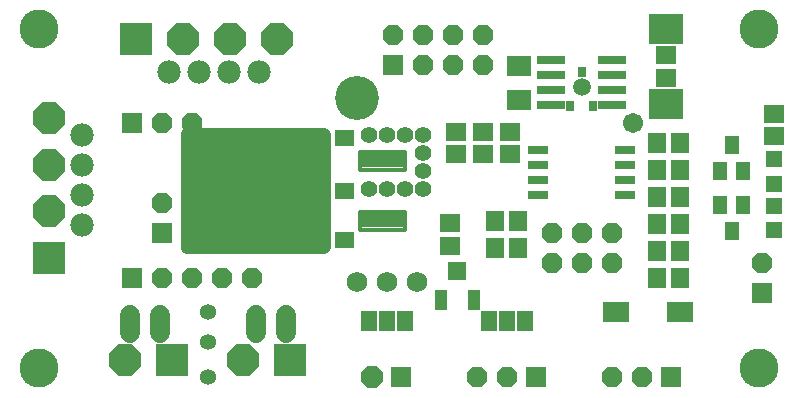
<source format=gbr>
G04 EAGLE Gerber RS-274X export*
G75*
%MOMM*%
%FSLAX34Y34*%
%LPD*%
%INSoldermask Top*%
%IPPOS*%
%AMOC8*
5,1,8,0,0,1.08239X$1,22.5*%
G01*
%ADD10C,3.303200*%
%ADD11R,2.003200X1.803200*%
%ADD12R,3.003200X2.603200*%
%ADD13R,1.503200X1.703200*%
%ADD14P,1.869504X8X202.500000*%
%ADD15R,1.703200X1.503200*%
%ADD16R,1.203200X1.603200*%
%ADD17R,1.752600X0.736600*%
%ADD18R,2.403200X0.803200*%
%ADD19R,2.753200X2.753200*%
%ADD20P,2.980036X8X292.500000*%
%ADD21P,2.980036X8X202.500000*%
%ADD22R,1.803400X1.803400*%
%ADD23P,1.951982X8X112.500000*%
%ADD24R,1.727200X1.727200*%
%ADD25P,1.869504X8X112.500000*%
%ADD26C,1.152381*%
%ADD27C,0.360637*%
%ADD28P,2.980036X8X112.500000*%
%ADD29C,1.727200*%
%ADD30R,1.371600X1.803400*%
%ADD31C,1.981200*%
%ADD32C,1.727200*%
%ADD33R,0.703200X0.903200*%
%ADD34R,1.403200X1.403200*%
%ADD35R,0.838200X1.473200*%
%ADD36P,1.869504X8X22.500000*%
%ADD37R,1.103200X1.803200*%
%ADD38R,1.503200X1.503200*%
%ADD39R,2.203200X1.803200*%
%ADD40C,1.511200*%
%ADD41C,1.411200*%
%ADD42C,1.361200*%
%ADD43C,3.719200*%
%ADD44C,1.711200*%

G36*
X203355Y134630D02*
X203355Y134630D01*
X203510Y134630D01*
X203672Y134650D01*
X203836Y134661D01*
X203988Y134690D01*
X204142Y134709D01*
X204301Y134749D01*
X204462Y134780D01*
X204609Y134828D01*
X204759Y134866D01*
X204912Y134926D01*
X205068Y134977D01*
X205208Y135043D01*
X205352Y135099D01*
X205496Y135178D01*
X205644Y135248D01*
X205775Y135330D01*
X205911Y135405D01*
X206044Y135501D01*
X206183Y135589D01*
X206302Y135687D01*
X206428Y135778D01*
X206547Y135890D01*
X206674Y135994D01*
X206780Y136107D01*
X206893Y136213D01*
X206998Y136339D01*
X207110Y136458D01*
X207202Y136584D01*
X207301Y136703D01*
X207389Y136841D01*
X207485Y136974D01*
X207560Y137109D01*
X207644Y137240D01*
X207714Y137388D01*
X207793Y137531D01*
X207850Y137675D01*
X207917Y137815D01*
X207968Y137971D01*
X208028Y138124D01*
X208067Y138274D01*
X208116Y138421D01*
X208147Y138582D01*
X208188Y138740D01*
X208207Y138894D01*
X208237Y139046D01*
X208247Y139205D01*
X208269Y139372D01*
X208269Y139541D01*
X208279Y139700D01*
X208279Y236220D01*
X208270Y236374D01*
X208270Y236515D01*
X208270Y236530D01*
X208250Y236692D01*
X208239Y236856D01*
X208210Y237008D01*
X208191Y237162D01*
X208151Y237321D01*
X208120Y237482D01*
X208072Y237629D01*
X208034Y237779D01*
X207974Y237932D01*
X207923Y238088D01*
X207858Y238228D01*
X207801Y238372D01*
X207722Y238516D01*
X207652Y238664D01*
X207570Y238795D01*
X207495Y238931D01*
X207399Y239064D01*
X207311Y239203D01*
X207213Y239322D01*
X207122Y239448D01*
X207010Y239567D01*
X206906Y239694D01*
X206793Y239800D01*
X206687Y239913D01*
X206561Y240018D01*
X206442Y240130D01*
X206316Y240222D01*
X206197Y240321D01*
X206059Y240409D01*
X205927Y240505D01*
X205791Y240580D01*
X205660Y240664D01*
X205512Y240734D01*
X205369Y240813D01*
X205225Y240870D01*
X205085Y240937D01*
X204929Y240988D01*
X204776Y241048D01*
X204626Y241087D01*
X204479Y241136D01*
X204318Y241167D01*
X204160Y241208D01*
X204006Y241227D01*
X203854Y241257D01*
X203695Y241267D01*
X203528Y241289D01*
X203359Y241289D01*
X203200Y241299D01*
X161290Y241299D01*
X161136Y241290D01*
X160980Y241290D01*
X160818Y241270D01*
X160654Y241259D01*
X160502Y241230D01*
X160348Y241211D01*
X160189Y241171D01*
X160028Y241140D01*
X159881Y241092D01*
X159731Y241054D01*
X159578Y240994D01*
X159422Y240943D01*
X159282Y240878D01*
X159138Y240821D01*
X158994Y240742D01*
X158846Y240672D01*
X158715Y240590D01*
X158579Y240515D01*
X158446Y240419D01*
X158307Y240331D01*
X158188Y240233D01*
X158062Y240142D01*
X157943Y240030D01*
X157816Y239926D01*
X157710Y239813D01*
X157597Y239707D01*
X157492Y239581D01*
X157380Y239462D01*
X157288Y239336D01*
X157189Y239217D01*
X157101Y239079D01*
X157005Y238947D01*
X156930Y238811D01*
X156846Y238680D01*
X156776Y238532D01*
X156697Y238389D01*
X156640Y238245D01*
X156573Y238105D01*
X156522Y237949D01*
X156462Y237796D01*
X156423Y237646D01*
X156375Y237499D01*
X156343Y237338D01*
X156302Y237180D01*
X156283Y237026D01*
X156253Y236874D01*
X156243Y236715D01*
X156221Y236548D01*
X156221Y236379D01*
X156211Y236220D01*
X156211Y139700D01*
X156220Y139546D01*
X156220Y139390D01*
X156240Y139228D01*
X156251Y139064D01*
X156280Y138912D01*
X156299Y138758D01*
X156339Y138599D01*
X156370Y138438D01*
X156418Y138291D01*
X156456Y138141D01*
X156516Y137988D01*
X156567Y137832D01*
X156633Y137692D01*
X156689Y137548D01*
X156768Y137404D01*
X156838Y137256D01*
X156920Y137125D01*
X156995Y136989D01*
X157091Y136856D01*
X157179Y136717D01*
X157277Y136598D01*
X157368Y136472D01*
X157480Y136353D01*
X157584Y136226D01*
X157697Y136120D01*
X157803Y136007D01*
X157929Y135902D01*
X158048Y135790D01*
X158174Y135698D01*
X158293Y135599D01*
X158431Y135511D01*
X158564Y135415D01*
X158699Y135340D01*
X158830Y135256D01*
X158978Y135186D01*
X159121Y135107D01*
X159265Y135050D01*
X159405Y134983D01*
X159561Y134932D01*
X159714Y134872D01*
X159864Y134833D01*
X160011Y134785D01*
X160172Y134753D01*
X160330Y134712D01*
X160484Y134693D01*
X160636Y134663D01*
X160795Y134653D01*
X160962Y134631D01*
X161131Y134631D01*
X161290Y134621D01*
X203200Y134621D01*
X203355Y134630D01*
G37*
D10*
X35560Y38100D03*
X35560Y325000D03*
X645160Y38100D03*
X645160Y325000D03*
D11*
X441960Y265400D03*
X441960Y293400D03*
D12*
X566420Y261870D03*
X566420Y324870D03*
D13*
X559460Y228600D03*
X578460Y228600D03*
D14*
X520700Y152400D03*
X520700Y127000D03*
X495300Y152400D03*
X495300Y127000D03*
X469900Y152400D03*
X469900Y127000D03*
D13*
X578460Y160020D03*
X559460Y160020D03*
X578460Y182880D03*
X559460Y182880D03*
D15*
X434340Y238100D03*
X434340Y219100D03*
D16*
X622300Y154100D03*
X612800Y176100D03*
X631800Y176100D03*
D17*
X458216Y222250D03*
X458216Y209550D03*
X458216Y196850D03*
X458216Y184150D03*
X532384Y184150D03*
X532384Y196850D03*
X532384Y209550D03*
X532384Y222250D03*
D18*
X521300Y273050D03*
X469300Y273050D03*
X521300Y260350D03*
X521300Y285750D03*
X521300Y298450D03*
X469300Y260350D03*
X469300Y285750D03*
X469300Y298450D03*
D19*
X148070Y44450D03*
D20*
X108470Y44450D03*
D19*
X248400Y44450D03*
D20*
X208800Y44450D03*
D19*
X44450Y131100D03*
D21*
X44450Y170700D03*
X44450Y210300D03*
X44450Y249900D03*
D22*
X342700Y30480D03*
D23*
X317700Y30480D03*
D24*
X571100Y30480D03*
D25*
X546100Y30480D03*
X521100Y30480D03*
D24*
X456800Y30480D03*
D25*
X431800Y30480D03*
X406800Y30480D03*
D26*
X276954Y140706D02*
X276954Y235214D01*
X276954Y140706D02*
X192446Y140706D01*
X192446Y235214D01*
X276954Y235214D01*
X276954Y151654D02*
X192446Y151654D01*
X192446Y162602D02*
X276954Y162602D01*
X276954Y173550D02*
X192446Y173550D01*
X192446Y184498D02*
X276954Y184498D01*
X276954Y195446D02*
X192446Y195446D01*
X192446Y206394D02*
X276954Y206394D01*
X276954Y217342D02*
X192446Y217342D01*
X192446Y228290D02*
X276954Y228290D01*
D27*
X345913Y169773D02*
X345913Y155347D01*
X307487Y155347D01*
X307487Y169773D01*
X345913Y169773D01*
X345913Y158773D02*
X307487Y158773D01*
X307487Y162199D02*
X345913Y162199D01*
X345913Y165625D02*
X307487Y165625D01*
X307487Y169051D02*
X345913Y169051D01*
X345913Y206147D02*
X345913Y220573D01*
X345913Y206147D02*
X307487Y206147D01*
X307487Y220573D01*
X345913Y220573D01*
X345913Y209573D02*
X307487Y209573D01*
X307487Y212999D02*
X345913Y212999D01*
X345913Y216425D02*
X307487Y216425D01*
X307487Y219851D02*
X345913Y219851D01*
D15*
X383540Y160630D03*
X383540Y141630D03*
D13*
X441300Y162560D03*
X422300Y162560D03*
D15*
X411480Y238100D03*
X411480Y219100D03*
D13*
X559460Y205740D03*
X578460Y205740D03*
D15*
X388620Y219100D03*
X388620Y238100D03*
D13*
X422300Y139700D03*
X441300Y139700D03*
D19*
X118400Y316230D03*
D28*
X158000Y316230D03*
X197600Y316230D03*
X237200Y316230D03*
D16*
X622300Y226900D03*
X631800Y204900D03*
X612800Y204900D03*
D13*
X559460Y114300D03*
X578460Y114300D03*
X559460Y137160D03*
X578460Y137160D03*
D29*
X304800Y110490D03*
X330200Y110490D03*
X355600Y110490D03*
D30*
X314960Y77470D03*
X330200Y77470D03*
X345440Y77470D03*
D31*
X72390Y158750D03*
X72390Y184150D03*
X72390Y209550D03*
X72390Y234950D03*
X146050Y288290D03*
X171450Y288290D03*
X196850Y288290D03*
X222250Y288290D03*
D30*
X416560Y77470D03*
X431800Y77470D03*
X447040Y77470D03*
D32*
X138430Y82550D02*
X138430Y67310D01*
X113030Y67310D02*
X113030Y82550D01*
X245110Y82550D02*
X245110Y67310D01*
X219710Y67310D02*
X219710Y82550D01*
D33*
X495300Y288720D03*
X485800Y260170D03*
X504800Y260170D03*
D15*
X566420Y283870D03*
X566420Y302870D03*
D34*
X657860Y193970D03*
X657860Y214970D03*
X657860Y154600D03*
X657860Y175600D03*
D15*
X657860Y253340D03*
X657860Y234340D03*
D35*
X298704Y187960D03*
X290576Y187960D03*
X298704Y146050D03*
X290576Y146050D03*
X298704Y232410D03*
X290576Y232410D03*
D24*
X139700Y152400D03*
D36*
X139700Y177800D03*
X165100Y152400D03*
X165100Y177800D03*
D24*
X114300Y245110D03*
D25*
X139700Y245110D03*
X165100Y245110D03*
D24*
X335280Y294640D03*
D36*
X335280Y320040D03*
X360680Y294640D03*
X360680Y320040D03*
X386080Y294640D03*
X386080Y320040D03*
X411480Y294640D03*
X411480Y320040D03*
D24*
X647700Y101600D03*
D14*
X647700Y127000D03*
D24*
X114300Y114300D03*
D25*
X139700Y114300D03*
X165100Y114300D03*
X190500Y114300D03*
X215900Y114300D03*
D37*
X375890Y95800D03*
X403890Y95800D03*
D38*
X389890Y120100D03*
D39*
X524180Y85090D03*
X578180Y85090D03*
D40*
X495300Y275590D03*
D41*
X360680Y219710D03*
X330200Y189230D03*
X314960Y189230D03*
X345440Y189230D03*
X360680Y189230D03*
X314960Y234950D03*
X330200Y234950D03*
X345440Y234950D03*
X360680Y234950D03*
X360680Y204470D03*
D42*
X179070Y85090D03*
X179070Y30480D03*
X179070Y59690D03*
D43*
X304800Y266700D03*
D44*
X538480Y245110D03*
M02*

</source>
